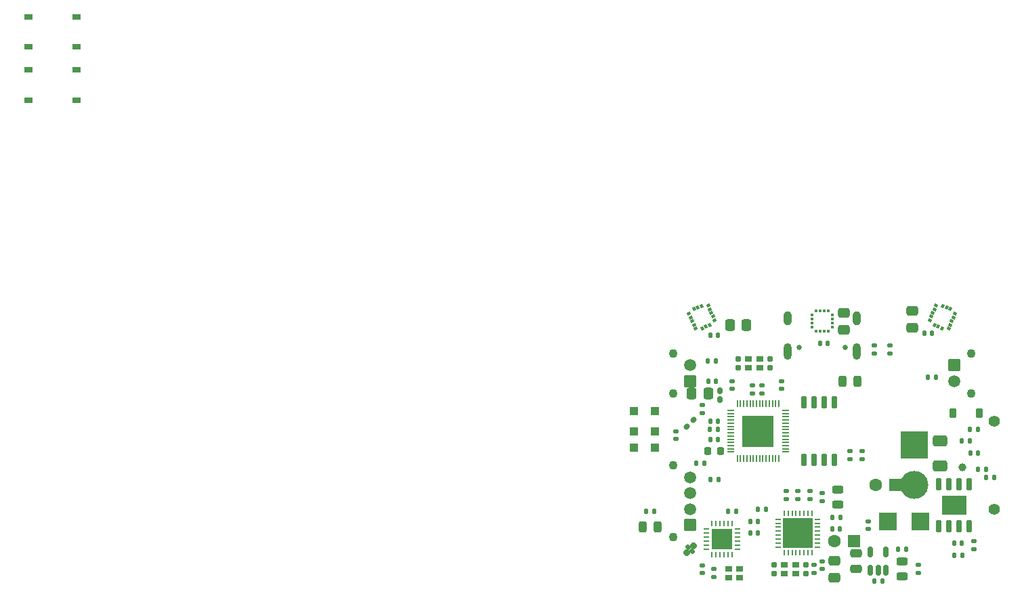
<source format=gbr>
%TF.GenerationSoftware,KiCad,Pcbnew,8.0.4*%
%TF.CreationDate,2024-09-21T01:35:51-04:00*%
%TF.ProjectId,DangerDoughnut,44616e67-6572-4446-9f75-67686e75742e,rev?*%
%TF.SameCoordinates,Original*%
%TF.FileFunction,Soldermask,Top*%
%TF.FilePolarity,Negative*%
%FSLAX46Y46*%
G04 Gerber Fmt 4.6, Leading zero omitted, Abs format (unit mm)*
G04 Created by KiCad (PCBNEW 8.0.4) date 2024-09-21 01:35:51*
%MOMM*%
%LPD*%
G01*
G04 APERTURE LIST*
G04 Aperture macros list*
%AMRoundRect*
0 Rectangle with rounded corners*
0 $1 Rounding radius*
0 $2 $3 $4 $5 $6 $7 $8 $9 X,Y pos of 4 corners*
0 Add a 4 corners polygon primitive as box body*
4,1,4,$2,$3,$4,$5,$6,$7,$8,$9,$2,$3,0*
0 Add four circle primitives for the rounded corners*
1,1,$1+$1,$2,$3*
1,1,$1+$1,$4,$5*
1,1,$1+$1,$6,$7*
1,1,$1+$1,$8,$9*
0 Add four rect primitives between the rounded corners*
20,1,$1+$1,$2,$3,$4,$5,0*
20,1,$1+$1,$4,$5,$6,$7,0*
20,1,$1+$1,$6,$7,$8,$9,0*
20,1,$1+$1,$8,$9,$2,$3,0*%
%AMRotRect*
0 Rectangle, with rotation*
0 The origin of the aperture is its center*
0 $1 length*
0 $2 width*
0 $3 Rotation angle, in degrees counterclockwise*
0 Add horizontal line*
21,1,$1,$2,0,0,$3*%
G04 Aperture macros list end*
%ADD10R,1.000000X0.750000*%
%ADD11RoundRect,0.135000X0.185000X-0.135000X0.185000X0.135000X-0.185000X0.135000X-0.185000X-0.135000X0*%
%ADD12RoundRect,0.135000X-0.135000X-0.185000X0.135000X-0.185000X0.135000X0.185000X-0.135000X0.185000X0*%
%ADD13RoundRect,0.160000X0.044194X0.270468X-0.270468X-0.044194X-0.044194X-0.270468X0.270468X0.044194X0*%
%ADD14RoundRect,0.225000X-0.225000X-0.250000X0.225000X-0.250000X0.225000X0.250000X-0.225000X0.250000X0*%
%ADD15RoundRect,0.140000X-0.140000X-0.170000X0.140000X-0.170000X0.140000X0.170000X-0.140000X0.170000X0*%
%ADD16RoundRect,0.140000X-0.170000X0.140000X-0.170000X-0.140000X0.170000X-0.140000X0.170000X0.140000X0*%
%ADD17RoundRect,0.140000X0.170000X-0.140000X0.170000X0.140000X-0.170000X0.140000X-0.170000X-0.140000X0*%
%ADD18RoundRect,0.155000X-0.155000X0.212500X-0.155000X-0.212500X0.155000X-0.212500X0.155000X0.212500X0*%
%ADD19RoundRect,0.140000X0.140000X0.170000X-0.140000X0.170000X-0.140000X-0.170000X0.140000X-0.170000X0*%
%ADD20RoundRect,0.135000X0.135000X0.185000X-0.135000X0.185000X-0.135000X-0.185000X0.135000X-0.185000X0*%
%ADD21R,0.900000X0.800000*%
%ADD22RoundRect,0.135000X-0.185000X0.135000X-0.185000X-0.135000X0.185000X-0.135000X0.185000X0.135000X0*%
%ADD23RoundRect,0.243750X-0.456250X0.243750X-0.456250X-0.243750X0.456250X-0.243750X0.456250X0.243750X0*%
%ADD24RoundRect,0.243750X0.456250X-0.243750X0.456250X0.243750X-0.456250X0.243750X-0.456250X-0.243750X0*%
%ADD25RoundRect,0.250000X0.337500X0.475000X-0.337500X0.475000X-0.337500X-0.475000X0.337500X-0.475000X0*%
%ADD26R,2.209800X2.260600*%
%ADD27RoundRect,0.243750X0.243750X0.456250X-0.243750X0.456250X-0.243750X-0.456250X0.243750X-0.456250X0*%
%ADD28RoundRect,0.102000X0.000000X0.388909X-0.388909X0.000000X0.000000X-0.388909X0.388909X0.000000X0*%
%ADD29RoundRect,0.102000X-0.070711X0.282843X-0.282843X0.070711X0.070711X-0.282843X0.282843X-0.070711X0*%
%ADD30RotRect,0.355600X0.457200X246.347000*%
%ADD31RotRect,0.355600X0.457200X156.347000*%
%ADD32RoundRect,0.050000X-0.350000X-0.050000X0.350000X-0.050000X0.350000X0.050000X-0.350000X0.050000X0*%
%ADD33RoundRect,0.050000X-0.050000X-0.350000X0.050000X-0.350000X0.050000X0.350000X-0.050000X0.350000X0*%
%ADD34R,4.000000X4.000000*%
%ADD35RoundRect,0.250000X0.475000X-0.250000X0.475000X0.250000X-0.475000X0.250000X-0.475000X-0.250000X0*%
%ADD36RoundRect,0.225000X-0.225000X-0.375000X0.225000X-0.375000X0.225000X0.375000X-0.225000X0.375000X0*%
%ADD37R,0.990600X0.990600*%
%ADD38RotRect,0.355600X0.457200X293.654000*%
%ADD39RotRect,0.355600X0.457200X203.654000*%
%ADD40RoundRect,0.250000X-0.475000X0.337500X-0.475000X-0.337500X0.475000X-0.337500X0.475000X0.337500X0*%
%ADD41RoundRect,0.155000X0.155000X-0.212500X0.155000X0.212500X-0.155000X0.212500X-0.155000X-0.212500X0*%
%ADD42RoundRect,0.150000X-0.150000X0.650000X-0.150000X-0.650000X0.150000X-0.650000X0.150000X0.650000X0*%
%ADD43RoundRect,0.250000X-0.650000X0.412500X-0.650000X-0.412500X0.650000X-0.412500X0.650000X0.412500X0*%
%ADD44R,0.762000X0.254000*%
%ADD45R,0.254000X0.762000*%
%ADD46R,3.759200X3.759200*%
%ADD47RoundRect,0.150000X0.150000X-0.650000X0.150000X0.650000X-0.150000X0.650000X-0.150000X-0.650000X0*%
%ADD48R,3.100000X2.410000*%
%ADD49R,0.304800X0.457200*%
%ADD50R,0.457200X0.304800*%
%ADD51R,2.641600X2.641600*%
%ADD52RoundRect,0.150000X0.150000X-0.512500X0.150000X0.512500X-0.150000X0.512500X-0.150000X-0.512500X0*%
%ADD53RoundRect,0.160000X-0.160000X0.222500X-0.160000X-0.222500X0.160000X-0.222500X0.160000X0.222500X0*%
%ADD54C,1.000000*%
%ADD55R,1.600000X1.600000*%
%ADD56C,1.600000*%
%ADD57C,1.100000*%
%ADD58RoundRect,0.102000X-0.654000X0.654000X-0.654000X-0.654000X0.654000X-0.654000X0.654000X0.654000X0*%
%ADD59C,1.512000*%
%ADD60RoundRect,0.102000X0.654000X-0.654000X0.654000X0.654000X-0.654000X0.654000X-0.654000X-0.654000X0*%
%ADD61C,0.650000*%
%ADD62O,1.000000X1.800000*%
%ADD63O,1.000000X2.100000*%
%ADD64C,1.400000*%
%ADD65R,3.500000X3.500000*%
%ADD66C,3.500000*%
G04 APERTURE END LIST*
D10*
%TO.C,SW2*%
X6775000Y-11350000D03*
X775000Y-11350000D03*
X6775000Y-7600000D03*
X775000Y-7600000D03*
%TD*%
%TO.C,SW1*%
X6775000Y-4700000D03*
X775000Y-4700000D03*
X6775000Y-950000D03*
X775000Y-950000D03*
%TD*%
D11*
%TO.C,R25*%
X92500000Y-48010000D03*
X92500000Y-46990000D03*
%TD*%
D12*
%TO.C,R11*%
X87010000Y-52500000D03*
X85990000Y-52500000D03*
%TD*%
D13*
%TO.C,L3*%
X83095181Y-52154819D03*
X83904819Y-51345181D03*
%TD*%
D14*
%TO.C,C41*%
X87275000Y-55250000D03*
X85725000Y-55250000D03*
%TD*%
D15*
%TO.C,C36*%
X86980000Y-53750000D03*
X86020000Y-53750000D03*
%TD*%
D16*
%TO.C,C35*%
X81750000Y-53730000D03*
X81750000Y-52770000D03*
%TD*%
D17*
%TO.C,C34*%
X85000000Y-49500000D03*
X85000000Y-50460000D03*
%TD*%
D18*
%TO.C,C5*%
X98000000Y-70567500D03*
X98000000Y-69432500D03*
%TD*%
D19*
%TO.C,C32*%
X86730000Y-46500000D03*
X85770000Y-46500000D03*
%TD*%
D12*
%TO.C,R1*%
X117490000Y-54000000D03*
X118510000Y-54000000D03*
%TD*%
D11*
%TO.C,R19*%
X91250000Y-48010000D03*
X91250000Y-46990000D03*
%TD*%
D20*
%TO.C,R10*%
X114260000Y-46000000D03*
X113240000Y-46000000D03*
%TD*%
D11*
%TO.C,R7*%
X106500000Y-43010000D03*
X106500000Y-41990000D03*
%TD*%
D21*
%TO.C,Y1*%
X92200000Y-43700000D03*
X90800000Y-43700000D03*
X90800000Y-44800000D03*
X92200000Y-44800000D03*
%TD*%
D17*
%TO.C,C33*%
X94916726Y-47442311D03*
X94916726Y-46482311D03*
%TD*%
D22*
%TO.C,R16*%
X100000000Y-61510000D03*
X100000000Y-60490000D03*
%TD*%
D15*
%TO.C,C21*%
X91980000Y-65500000D03*
X91020000Y-65500000D03*
%TD*%
D19*
%TO.C,C14*%
X100730000Y-41750000D03*
X99770000Y-41750000D03*
%TD*%
D12*
%TO.C,R9*%
X85740000Y-44000000D03*
X86760000Y-44000000D03*
%TD*%
D15*
%TO.C,C11*%
X86020000Y-40750000D03*
X86980000Y-40750000D03*
%TD*%
D23*
%TO.C,D5*%
X102000000Y-60062500D03*
X102000000Y-61937500D03*
%TD*%
D24*
%TO.C,D4*%
X110000000Y-70875000D03*
X110000000Y-69000000D03*
%TD*%
D25*
%TO.C,C31*%
X85787500Y-48000000D03*
X83712500Y-48000000D03*
%TD*%
D26*
%TO.C,CR1*%
X108205300Y-64000000D03*
X112294700Y-64000000D03*
%TD*%
D11*
%TO.C,R8*%
X108500000Y-43010000D03*
X108500000Y-41990000D03*
%TD*%
D15*
%TO.C,C3*%
X109520000Y-67500000D03*
X110480000Y-67500000D03*
%TD*%
D21*
%TO.C,Y3*%
X95300000Y-69450000D03*
X96700000Y-69450000D03*
X96700000Y-70550000D03*
X95300000Y-70550000D03*
%TD*%
D15*
%TO.C,C20*%
X91980000Y-64000000D03*
X91020000Y-64000000D03*
%TD*%
D22*
%TO.C,R15*%
X95500000Y-61211100D03*
X95500000Y-60191100D03*
%TD*%
D27*
%TO.C,D6*%
X77562500Y-64750000D03*
X79437500Y-64750000D03*
%TD*%
D12*
%TO.C,R20*%
X79010000Y-62750000D03*
X77990000Y-62750000D03*
%TD*%
%TO.C,R11*%
X93010000Y-62500000D03*
X91990000Y-62500000D03*
%TD*%
D28*
%TO.C,FL1*%
X83924264Y-67075736D03*
D29*
X83252513Y-67252513D03*
D28*
X83075736Y-67924264D03*
D29*
X83747487Y-67747487D03*
%TD*%
D30*
%TO.C,U2*%
X115822918Y-39911713D03*
X116023567Y-39453601D03*
X116224216Y-38995490D03*
X116424865Y-38537379D03*
X116625514Y-38079267D03*
D31*
X116015461Y-37489853D03*
X115557350Y-37289204D03*
X115099239Y-37088555D03*
D30*
X114252362Y-37039847D03*
X114051713Y-37497959D03*
X113851064Y-37956070D03*
X113650415Y-38414181D03*
X113449766Y-38872293D03*
D31*
X114059819Y-39461707D03*
X114517930Y-39662356D03*
X114976041Y-39863005D03*
%TD*%
D12*
%TO.C,R22*%
X87097500Y-58750000D03*
X86077500Y-58750000D03*
%TD*%
D32*
%TO.C,U10*%
X88550000Y-50150000D03*
X88550001Y-50550000D03*
X88550000Y-50950000D03*
X88550000Y-51350000D03*
X88550000Y-51750000D03*
X88550001Y-52150000D03*
X88550000Y-52550000D03*
X88550000Y-52950000D03*
X88550001Y-53350000D03*
X88550000Y-53750000D03*
X88550000Y-54150000D03*
X88550000Y-54550000D03*
X88550001Y-54950000D03*
X88550000Y-55350000D03*
D33*
X89400000Y-56200000D03*
X89800000Y-56199999D03*
X90200000Y-56200000D03*
X90600000Y-56200000D03*
X91000000Y-56200000D03*
X91400000Y-56199999D03*
X91800000Y-56200000D03*
X92200000Y-56200000D03*
X92600000Y-56199999D03*
X93000000Y-56200000D03*
X93400000Y-56200000D03*
X93800000Y-56200000D03*
X94200000Y-56199999D03*
X94600000Y-56200000D03*
D32*
X95450000Y-55350000D03*
X95449999Y-54950000D03*
X95450000Y-54550000D03*
X95450000Y-54150000D03*
X95450000Y-53750000D03*
X95449999Y-53350000D03*
X95450000Y-52950000D03*
X95450000Y-52550000D03*
X95449999Y-52150000D03*
X95450000Y-51750000D03*
X95450000Y-51350000D03*
X95450000Y-50950000D03*
X95449999Y-50550000D03*
X95450000Y-50150000D03*
D33*
X94600000Y-49300000D03*
X94200000Y-49300001D03*
X93800000Y-49300000D03*
X93400000Y-49300000D03*
X93000000Y-49300000D03*
X92600000Y-49300001D03*
X92200000Y-49300000D03*
X91800000Y-49300000D03*
X91400000Y-49300001D03*
X91000000Y-49300000D03*
X90600000Y-49300000D03*
X90200000Y-49300000D03*
X89800000Y-49300001D03*
X89400000Y-49300000D03*
D34*
X92000000Y-52750000D03*
%TD*%
D35*
%TO.C,D3*%
X104250000Y-69950000D03*
X104250000Y-68050000D03*
%TD*%
D20*
%TO.C,R17*%
X102260000Y-63500000D03*
X101240000Y-63500000D03*
%TD*%
D12*
%TO.C,R3*%
X106490000Y-71500000D03*
X107510000Y-71500000D03*
%TD*%
D22*
%TO.C,R13*%
X98500000Y-61211100D03*
X98500000Y-60191100D03*
%TD*%
D12*
%TO.C,R5*%
X120490000Y-58500000D03*
X121510000Y-58500000D03*
%TD*%
%TO.C,R6*%
X116490000Y-68250000D03*
X117510000Y-68250000D03*
%TD*%
D25*
%TO.C,C12*%
X90537500Y-39500000D03*
X88462500Y-39500000D03*
%TD*%
D19*
%TO.C,C30*%
X86980000Y-51500000D03*
X86020000Y-51500000D03*
%TD*%
D36*
%TO.C,D1*%
X116350000Y-50500000D03*
X119650000Y-50500000D03*
%TD*%
D22*
%TO.C,R12*%
X99000000Y-70510000D03*
X99000000Y-69490000D03*
%TD*%
D37*
%TO.C,ANT2*%
X79058100Y-54801905D03*
X79058100Y-52801904D03*
X79058100Y-50201905D03*
X76441900Y-50201905D03*
X76441900Y-52801904D03*
X76441900Y-54801905D03*
%TD*%
D38*
%TO.C,U3*%
X86550241Y-38872265D03*
X86349582Y-38414157D03*
X86148927Y-37956049D03*
X85948270Y-37497941D03*
X85747614Y-37039834D03*
D39*
X84900737Y-37088558D03*
X84442629Y-37289213D03*
X83984521Y-37489870D03*
D38*
X83374479Y-38079295D03*
X83575138Y-38537403D03*
X83775793Y-38995511D03*
X83976450Y-39453619D03*
X84177106Y-39911726D03*
D39*
X85023983Y-39863002D03*
X85482091Y-39662347D03*
X85940199Y-39461690D03*
%TD*%
D40*
%TO.C,C13*%
X102750000Y-37962500D03*
X102750000Y-40037500D03*
%TD*%
D41*
%TO.C,C19*%
X89500000Y-44817500D03*
X89500000Y-43682500D03*
%TD*%
D42*
%TO.C,U4*%
X101571726Y-49112311D03*
X100301726Y-49112311D03*
X99031726Y-49112311D03*
X97761726Y-49112311D03*
X97761726Y-56312311D03*
X99031726Y-56312311D03*
X100301726Y-56312311D03*
X101571726Y-56312311D03*
%TD*%
D43*
%TO.C,C4*%
X114750000Y-53937500D03*
X114750000Y-57062500D03*
%TD*%
D18*
%TO.C,C18*%
X93500000Y-43682500D03*
X93500000Y-44817500D03*
%TD*%
D17*
%TO.C,C7*%
X119000000Y-67480000D03*
X119000000Y-66520000D03*
%TD*%
D15*
%TO.C,C6*%
X116520000Y-66750000D03*
X117480000Y-66750000D03*
%TD*%
D16*
%TO.C,C23*%
X100000000Y-69020000D03*
X100000000Y-69980000D03*
%TD*%
D41*
%TO.C,C15*%
X94000000Y-69432500D03*
X94000000Y-70567500D03*
%TD*%
D16*
%TO.C,C22*%
X86500000Y-70960000D03*
X86500000Y-70000000D03*
%TD*%
D12*
%TO.C,R2*%
X119510000Y-52500000D03*
X118490000Y-52500000D03*
%TD*%
D17*
%TO.C,C25*%
X103500000Y-56230000D03*
X103500000Y-55270000D03*
%TD*%
D16*
%TO.C,C16*%
X85000000Y-70500000D03*
X85000000Y-69540000D03*
%TD*%
D27*
%TO.C,D2*%
X104437500Y-46500000D03*
X102562500Y-46500000D03*
%TD*%
D44*
%TO.C,U8*%
X99451100Y-67249999D03*
X99451100Y-66750000D03*
X99451100Y-66250001D03*
X99451100Y-65750000D03*
X99451100Y-65250000D03*
X99451100Y-64749999D03*
X99451100Y-64250000D03*
X99451100Y-63750001D03*
D45*
X98749999Y-63048900D03*
X98250000Y-63048900D03*
X97750001Y-63048900D03*
X97250000Y-63048900D03*
X96750000Y-63048900D03*
X96249999Y-63048900D03*
X95750000Y-63048900D03*
X95250001Y-63048900D03*
D44*
X94548900Y-63750001D03*
X94548900Y-64250000D03*
X94548900Y-64749999D03*
X94548900Y-65250000D03*
X94548900Y-65750000D03*
X94548900Y-66250001D03*
X94548900Y-66750000D03*
X94548900Y-67249999D03*
D45*
X95250001Y-67951100D03*
X95750000Y-67951100D03*
X96249999Y-67951100D03*
X96750000Y-67951100D03*
X97250000Y-67951100D03*
X97750001Y-67951100D03*
X98250000Y-67951100D03*
X98749999Y-67951100D03*
D46*
X97000000Y-65500000D03*
%TD*%
D19*
%TO.C,C9*%
X113730000Y-40500000D03*
X112770000Y-40500000D03*
%TD*%
D21*
%TO.C,Y2*%
X88300000Y-69950000D03*
X89700000Y-69950000D03*
X89700000Y-71050000D03*
X88300000Y-71050000D03*
%TD*%
D15*
%TO.C,C26*%
X101270000Y-65000000D03*
X102230000Y-65000000D03*
%TD*%
D17*
%TO.C,C2*%
X105750000Y-64980000D03*
X105750000Y-64020000D03*
%TD*%
D22*
%TO.C,R18*%
X112000000Y-69490000D03*
X112000000Y-70510000D03*
%TD*%
%TO.C,R14*%
X97000000Y-61211100D03*
X97000000Y-60191100D03*
%TD*%
D15*
%TO.C,C1*%
X119480000Y-55500000D03*
X118520000Y-55500000D03*
%TD*%
D40*
%TO.C,C10*%
X111250000Y-37712500D03*
X111250000Y-39787500D03*
%TD*%
D47*
%TO.C,U6*%
X114595000Y-64650000D03*
X115865000Y-64650000D03*
X117135000Y-64650000D03*
X118405000Y-64650000D03*
X118405000Y-59350000D03*
X117135000Y-59350000D03*
X115865000Y-59350000D03*
X114595000Y-59350000D03*
D48*
X116500000Y-62000000D03*
%TD*%
D49*
%TO.C,U1*%
X99249999Y-40274999D03*
X99750000Y-40274999D03*
X100250000Y-40274999D03*
X100750001Y-40274999D03*
D50*
X101274999Y-39750001D03*
X101274999Y-39250000D03*
X101274999Y-38750000D03*
X101274999Y-38249999D03*
D49*
X100750001Y-37725001D03*
X100250000Y-37725001D03*
X99750000Y-37725001D03*
X99249999Y-37725001D03*
D50*
X98725001Y-38249999D03*
X98725001Y-38750000D03*
X98725001Y-39250000D03*
X98725001Y-39750001D03*
%TD*%
D45*
%TO.C,U9*%
X86250000Y-68218500D03*
X86749999Y-68218500D03*
X87250000Y-68218500D03*
X87750000Y-68218500D03*
X88250001Y-68218500D03*
X88750000Y-68218500D03*
D44*
X89468500Y-67500000D03*
X89468500Y-67000001D03*
X89468500Y-66500000D03*
X89468500Y-66000000D03*
X89468500Y-65499999D03*
X89468500Y-65000000D03*
D45*
X88750000Y-64281500D03*
X88250001Y-64281500D03*
X87750000Y-64281500D03*
X87250000Y-64281500D03*
X86749999Y-64281500D03*
X86250000Y-64281500D03*
D44*
X85531500Y-65000000D03*
X85531500Y-65499999D03*
X85531500Y-66000000D03*
X85531500Y-66500000D03*
X85531500Y-67000001D03*
X85531500Y-67500000D03*
D51*
X87500000Y-66250000D03*
%TD*%
D17*
%TO.C,C27*%
X105000000Y-56230000D03*
X105000000Y-55270000D03*
%TD*%
D52*
%TO.C,U7*%
X106050000Y-70137500D03*
X107000000Y-70137500D03*
X107950000Y-70137500D03*
X107950000Y-67862500D03*
X106050000Y-67862500D03*
%TD*%
D19*
%TO.C,C17*%
X88270000Y-62750000D03*
X89230000Y-62750000D03*
%TD*%
D40*
%TO.C,C24*%
X101500000Y-68962500D03*
X101500000Y-71037500D03*
%TD*%
D53*
%TO.C,L2*%
X87250000Y-47677500D03*
X87250000Y-48822500D03*
%TD*%
D17*
%TO.C,C28*%
X88750000Y-47480000D03*
X88750000Y-46520000D03*
%TD*%
D54*
%TO.C,TP1*%
X117500000Y-57250000D03*
%TD*%
D12*
%TO.C,R21*%
X84240000Y-56750000D03*
X85260000Y-56750000D03*
%TD*%
D20*
%TO.C,R4*%
X120510000Y-57500000D03*
X119490000Y-57500000D03*
%TD*%
D55*
%TO.C,C8*%
X104000000Y-66500000D03*
D56*
X101500000Y-66500000D03*
%TD*%
D57*
%TO.C,J3*%
X81400000Y-43000000D03*
X81400000Y-48000000D03*
D58*
X83500000Y-46500000D03*
D59*
X83500000Y-44500000D03*
%TD*%
D55*
%TO.C,C29*%
X109182380Y-59500000D03*
D56*
X106682379Y-59500000D03*
%TD*%
D57*
%TO.C,J2*%
X118600000Y-48000000D03*
X118600000Y-43000000D03*
D60*
X116500000Y-44500000D03*
D59*
X116500000Y-46500000D03*
%TD*%
D61*
%TO.C,J6*%
X97110000Y-42280000D03*
X102890000Y-42280000D03*
D62*
X95680000Y-38600000D03*
D63*
X95680000Y-42780000D03*
D62*
X104320000Y-38600000D03*
D63*
X104320000Y-42780000D03*
%TD*%
D57*
%TO.C,J4*%
X81400000Y-57000000D03*
X81400000Y-66000000D03*
D58*
X83500000Y-64500000D03*
D59*
X83500000Y-62500000D03*
X83500000Y-60500000D03*
X83500000Y-58500000D03*
%TD*%
D64*
%TO.C,J1*%
X121500000Y-62500000D03*
X121500000Y-51500000D03*
D65*
X111500000Y-54500000D03*
D66*
X111500000Y-59500000D03*
%TD*%
M02*

</source>
